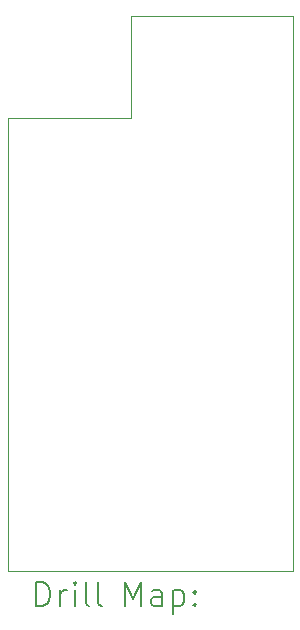
<source format=gbr>
%TF.GenerationSoftware,KiCad,Pcbnew,(7.0.0)*%
%TF.CreationDate,2023-08-04T20:04:34+01:00*%
%TF.ProjectId,DataIODecode,44617461-494f-4446-9563-6f64652e6b69,rev?*%
%TF.SameCoordinates,Original*%
%TF.FileFunction,Drillmap*%
%TF.FilePolarity,Positive*%
%FSLAX45Y45*%
G04 Gerber Fmt 4.5, Leading zero omitted, Abs format (unit mm)*
G04 Created by KiCad (PCBNEW (7.0.0)) date 2023-08-04 20:04:34*
%MOMM*%
%LPD*%
G01*
G04 APERTURE LIST*
%ADD10C,0.100000*%
%ADD11C,0.200000*%
G04 APERTURE END LIST*
D10*
X14249400Y-7924800D02*
X13208000Y-7924800D01*
X13208000Y-7924800D02*
X13208000Y-11760200D01*
X15621000Y-7061200D02*
X15621000Y-11760200D01*
X15621000Y-11760200D02*
X13208000Y-11760200D01*
X14249400Y-7061200D02*
X15621000Y-7061200D01*
X14249400Y-7924800D02*
X14249400Y-7061200D01*
D11*
X13450619Y-12058676D02*
X13450619Y-11858676D01*
X13450619Y-11858676D02*
X13498238Y-11858676D01*
X13498238Y-11858676D02*
X13526809Y-11868200D01*
X13526809Y-11868200D02*
X13545857Y-11887248D01*
X13545857Y-11887248D02*
X13555381Y-11906295D01*
X13555381Y-11906295D02*
X13564905Y-11944390D01*
X13564905Y-11944390D02*
X13564905Y-11972962D01*
X13564905Y-11972962D02*
X13555381Y-12011057D01*
X13555381Y-12011057D02*
X13545857Y-12030105D01*
X13545857Y-12030105D02*
X13526809Y-12049152D01*
X13526809Y-12049152D02*
X13498238Y-12058676D01*
X13498238Y-12058676D02*
X13450619Y-12058676D01*
X13650619Y-12058676D02*
X13650619Y-11925343D01*
X13650619Y-11963438D02*
X13660143Y-11944390D01*
X13660143Y-11944390D02*
X13669667Y-11934867D01*
X13669667Y-11934867D02*
X13688714Y-11925343D01*
X13688714Y-11925343D02*
X13707762Y-11925343D01*
X13774428Y-12058676D02*
X13774428Y-11925343D01*
X13774428Y-11858676D02*
X13764905Y-11868200D01*
X13764905Y-11868200D02*
X13774428Y-11877724D01*
X13774428Y-11877724D02*
X13783952Y-11868200D01*
X13783952Y-11868200D02*
X13774428Y-11858676D01*
X13774428Y-11858676D02*
X13774428Y-11877724D01*
X13898238Y-12058676D02*
X13879190Y-12049152D01*
X13879190Y-12049152D02*
X13869667Y-12030105D01*
X13869667Y-12030105D02*
X13869667Y-11858676D01*
X14003000Y-12058676D02*
X13983952Y-12049152D01*
X13983952Y-12049152D02*
X13974428Y-12030105D01*
X13974428Y-12030105D02*
X13974428Y-11858676D01*
X14199190Y-12058676D02*
X14199190Y-11858676D01*
X14199190Y-11858676D02*
X14265857Y-12001533D01*
X14265857Y-12001533D02*
X14332524Y-11858676D01*
X14332524Y-11858676D02*
X14332524Y-12058676D01*
X14513476Y-12058676D02*
X14513476Y-11953914D01*
X14513476Y-11953914D02*
X14503952Y-11934867D01*
X14503952Y-11934867D02*
X14484905Y-11925343D01*
X14484905Y-11925343D02*
X14446809Y-11925343D01*
X14446809Y-11925343D02*
X14427762Y-11934867D01*
X14513476Y-12049152D02*
X14494428Y-12058676D01*
X14494428Y-12058676D02*
X14446809Y-12058676D01*
X14446809Y-12058676D02*
X14427762Y-12049152D01*
X14427762Y-12049152D02*
X14418238Y-12030105D01*
X14418238Y-12030105D02*
X14418238Y-12011057D01*
X14418238Y-12011057D02*
X14427762Y-11992009D01*
X14427762Y-11992009D02*
X14446809Y-11982486D01*
X14446809Y-11982486D02*
X14494428Y-11982486D01*
X14494428Y-11982486D02*
X14513476Y-11972962D01*
X14608714Y-11925343D02*
X14608714Y-12125343D01*
X14608714Y-11934867D02*
X14627762Y-11925343D01*
X14627762Y-11925343D02*
X14665857Y-11925343D01*
X14665857Y-11925343D02*
X14684905Y-11934867D01*
X14684905Y-11934867D02*
X14694428Y-11944390D01*
X14694428Y-11944390D02*
X14703952Y-11963438D01*
X14703952Y-11963438D02*
X14703952Y-12020581D01*
X14703952Y-12020581D02*
X14694428Y-12039628D01*
X14694428Y-12039628D02*
X14684905Y-12049152D01*
X14684905Y-12049152D02*
X14665857Y-12058676D01*
X14665857Y-12058676D02*
X14627762Y-12058676D01*
X14627762Y-12058676D02*
X14608714Y-12049152D01*
X14789667Y-12039628D02*
X14799190Y-12049152D01*
X14799190Y-12049152D02*
X14789667Y-12058676D01*
X14789667Y-12058676D02*
X14780143Y-12049152D01*
X14780143Y-12049152D02*
X14789667Y-12039628D01*
X14789667Y-12039628D02*
X14789667Y-12058676D01*
X14789667Y-11934867D02*
X14799190Y-11944390D01*
X14799190Y-11944390D02*
X14789667Y-11953914D01*
X14789667Y-11953914D02*
X14780143Y-11944390D01*
X14780143Y-11944390D02*
X14789667Y-11934867D01*
X14789667Y-11934867D02*
X14789667Y-11953914D01*
M02*

</source>
